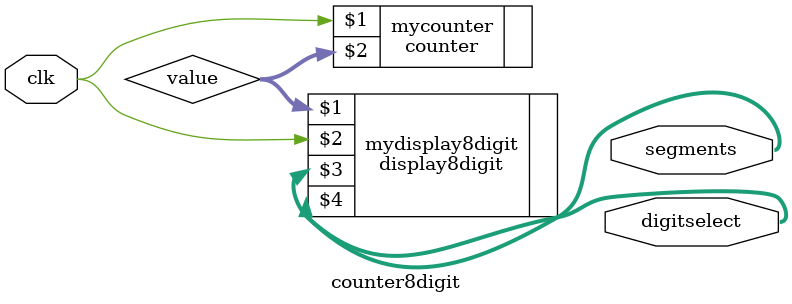
<source format=sv>
`timescale 1ns / 1ps


module counter8digit(
        input wire clk,
        output logic[7:0]segments,
        output logic [7:0]digitselect
        );
        
        wire [31:0] value;

        counter mycounter(clk, value);   
        display8digit mydisplay8digit(value, clk, segments, digitselect);
     
    endmodule

</source>
